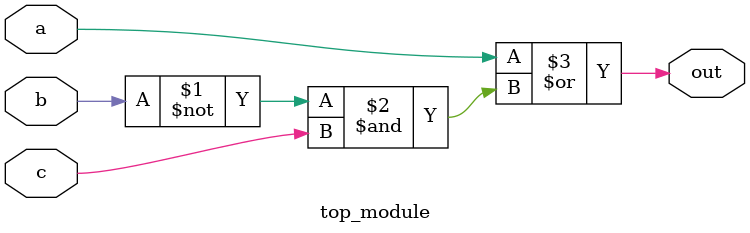
<source format=sv>
module top_module(
    input a, 
    input b,
    input c,
    output out
);

    // Sum of Minterms: out = a + b'c

    assign out = a | (~b & c);

endmodule

</source>
